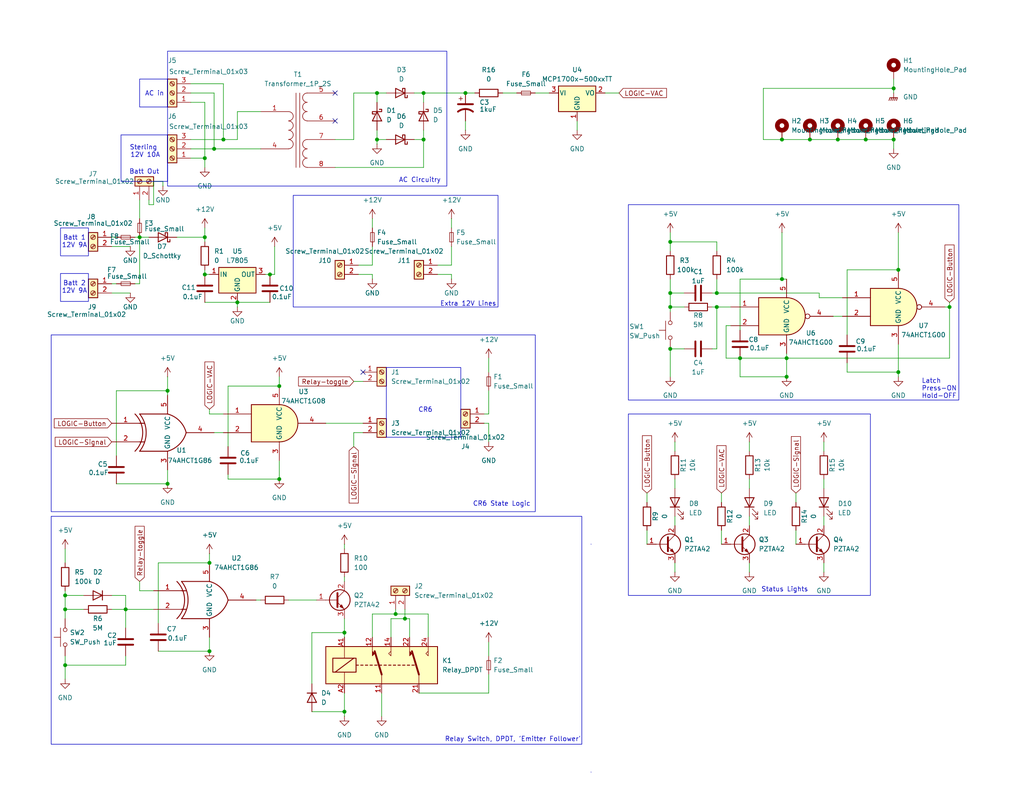
<source format=kicad_sch>
(kicad_sch (version 20250114) (generator "eeschema") (generator_version "9.0")
  (paper "USLetter")
  (title_block (title "EM27 Box Power Distribution Circuit") (date "2025-05-30") (rev "0.3") (company "Jet Flener (Revision of Design by Wesley T. Honeycutt)"))
  (lib_symbols
    (symbol "74xGxx:74AHCT1G00"
      (property "Reference" "U" (at -2.54 3.81 0))
      (property "Value" "74AHCT1G00" (at 0 -3.81 0))
      (symbol "74AHCT1G00_1_1"
        (pin input line (at -15.24 2.54 0) (length 7.62) (name "~") (number "1"))
        (pin input line (at -15.24 -2.54 0) (length 7.62) (name "~") (number "2"))
        (pin power_in line (at 0 10.16 270) (length 5.08) (name "VCC") (number "5"))
        (pin power_in line (at 0 -10.16 90) (length 5.08) (name "GND") (number "3"))
        (pin output inverted (at 12.7 0 180) (length 7.62) (name "~") (number "4"))
      )
    )
    (symbol "74xGxx:74AHCT1G08"
      (property "Reference" "U" (at -2.54 3.81 0))
      (property "Value" "74AHCT1G08" (at 0 -3.81 0))
      (symbol "74AHCT1G08_1_1"
        (pin input line (at -15.24 2.54 0) (length 7.62) (name "~") (number "1"))
        (pin input line (at -15.24 -2.54 0) (length 7.62) (name "~") (number "2"))
        (pin power_in line (at 0 10.16 270) (length 5.08) (name "VCC") (number "5"))
        (pin power_in line (at 0 -10.16 90) (length 5.08) (name "GND") (number "3"))
        (pin output line (at 12.7 0 180) (length 7.62) (name "~") (number "4"))
      )
    )
    (symbol "74xGxx:74AHCT1G86"
      (property "Reference" "U" (at -2.54 3.81 0))
      (property "Value" "74AHCT1G86" (at 0 -3.81 0))
      (symbol "74AHCT1G86_1_1"
        (pin input line (at -15.24 2.54 0) (length 7.62) (name "~") (number "1"))
        (pin input line (at -15.24 -2.54 0) (length 7.62) (name "~") (number "2"))
        (pin power_in line (at 0 10.16 270) (length 5.08) (name "VCC") (number "5"))
        (pin power_in line (at 0 -10.16 90) (length 5.08) (name "GND") (number "3"))
        (pin output line (at 12.7 0 180) (length 7.62) (name "~") (number "4"))
      )
    )
    (symbol "Connector:Screw_Terminal_01x02" (pin_names (offset 1.016) (hide yes))
      (property "Reference" "J" (at 0 2.54 0))
      (property "Value" "Screw_Terminal_01x02" (at 0 -5.08 0))
      (symbol "Screw_Terminal_01x02_1_1"
        (pin passive line (at -5.08 0 0) (length 3.81) (name "Pin_1") (number "1"))
        (pin passive line (at -5.08 -2.54 0) (length 3.81) (name "Pin_2") (number "2"))
      )
    )
    (symbol "Connector:Screw_Terminal_01x03" (pin_names (offset 1.016) (hide yes))
      (property "Reference" "J" (at 0 5.08 0))
      (property "Value" "Screw_Terminal_01x03" (at 0 -5.08 0))
      (symbol "Screw_Terminal_01x03_1_1"
        (pin passive line (at -5.08 2.54 0) (length 3.81) (name "Pin_1") (number "1"))
        (pin passive line (at -5.08 0 0) (length 3.81) (name "Pin_2") (number "2"))
        (pin passive line (at -5.08 -2.54 0) (length 3.81) (name "Pin_3") (number "3"))
      )
    )
    (symbol "Device:C" (pin_numbers (hide yes)) (pin_names (offset 0.254))
      (property "Reference" "C" (at 0.635 2.54 0))
      (property "Value" "C" (at 0.635 -2.54 0))
      (symbol "C_1_1"
        (pin passive line (at 0 3.81 270) (length 2.794) (name "~") (number "1"))
        (pin passive line (at 0 -3.81 90) (length 2.794) (name "~") (number "2"))
      )
    )
    (symbol "Device:C_Polarized_US" (pin_numbers (hide yes)) (pin_names (offset 0.254) (hide yes))
      (property "Reference" "C" (at 0.635 2.54 0))
      (property "Value" "C_Polarized_US" (at 0.635 -2.54 0))
      (symbol "C_Polarized_US_1_1"
        (pin passive line (at 0 3.81 270) (length 2.794) (name "~") (number "1"))
        (pin passive line (at 0 -3.81 90) (length 3.302) (name "~") (number "2"))
      )
    )
    (symbol "Device:D" (pin_numbers (hide yes)) (pin_names (offset 1.016) (hide yes))
      (property "Reference" "D" (at 0 2.54 0))
      (property "Value" "D" (at 0 -2.54 0))
      (symbol "D_1_1"
        (pin passive line (at -3.81 0 0) (length 2.54) (name "K") (number "1"))
        (pin passive line (at 3.81 0 180) (length 2.54) (name "A") (number "2"))
      )
    )
    (symbol "Device:D_Schottky" (pin_numbers (hide yes)) (pin_names (offset 1.016) (hide yes))
      (property "Reference" "D" (at 0 2.54 0))
      (property "Value" "D_Schottky" (at 0 -2.54 0))
      (symbol "D_Schottky_1_1"
        (pin passive line (at -3.81 0 0) (length 2.54) (name "K") (number "1"))
        (pin passive line (at 3.81 0 180) (length 2.54) (name "A") (number "2"))
      )
    )
    (symbol "Device:Fuse_Small" (pin_numbers (hide yes)) (pin_names (offset 0.254) (hide yes))
      (property "Reference" "F" (at 0 -1.524 0))
      (property "Value" "Fuse_Small" (at 0 1.524 0))
      (symbol "Fuse_Small_1_1"
        (pin passive line (at -2.54 0 0) (length 1.27) (name "~") (number "1"))
        (pin passive line (at 2.54 0 180) (length 1.27) (name "~") (number "2"))
      )
    )
    (symbol "Device:LED" (pin_numbers (hide yes)) (pin_names (offset 1.016) (hide yes))
      (property "Reference" "D" (at 0 2.54 0))
      (property "Value" "LED" (at 0 -2.54 0))
      (symbol "LED_1_1"
        (pin passive line (at -3.81 0 0) (length 2.54) (name "K") (number "1"))
        (pin passive line (at 3.81 0 180) (length 2.54) (name "A") (number "2"))
      )
    )
    (symbol "Device:R" (pin_numbers (hide yes)) (pin_names (offset 0))
      (property "Reference" "R" (at 2.032 0 90))
      (property "Value" "R" (at 0 0 90))
      (symbol "R_1_1"
        (pin passive line (at 0 3.81 270) (length 1.27) (name "~") (number "1"))
        (pin passive line (at 0 -3.81 90) (length 1.27) (name "~") (number "2"))
      )
    )
    (symbol "Device:Transformer_1P_2S" (pin_names (offset 1.016) (hide yes))
      (property "Reference" "T1" (at 0 15.24 0))
      (property "Value" "Transformer_1P_2S" (at 0 12.7 0))
      (symbol "Transformer_1P_2S_1_1"
        (pin passive line (at -10.16 5.08 0) (length 7.62) (name "AA") (number "1"))
        (pin passive line (at -10.16 -5.08 0) (length 7.62) (name "AB") (number "4"))
        (pin passive line (at 10.16 10.16 180) (length 7.62) (name "SA") (number "5"))
        (pin passive line (at 10.16 2.54 180) (length 7.62) (name "SB") (number "6"))
        (pin passive line (at 10.16 -2.54 180) (length 7.62) (name "SC") (number "7"))
        (pin passive line (at 10.16 -10.16 180) (length 7.62) (name "SD") (number "8"))
      )
    )
    (symbol "Mechanical:MountingHole_Pad" (pin_numbers (hide yes)) (pin_names (offset 1.016) (hide yes)) (exclude_from_sim yes) (in_bom no)
      (property "Reference" "H" (at 0 6.35 0))
      (property "Value" "MountingHole_Pad" (at 0 4.445 0))
      (symbol "MountingHole_Pad_1_1"
        (pin input line (at 0 -2.54 90) (length 2.54) (name "1") (number "1"))
      )
    )
    (symbol "Regulator_Linear:L7805" (pin_names (offset 0.254))
      (property "Reference" "U" (at -3.81 3.175 0))
      (property "Value" "L7805" (at 0 3.175 0))
      (symbol "L7805_1_1"
        (pin power_in line (at -7.62 0 0) (length 2.54) (name "IN") (number "1"))
        (pin power_in line (at 0 -7.62 90) (length 2.54) (name "GND") (number "2"))
        (pin power_out line (at 7.62 0 180) (length 2.54) (name "OUT") (number "3"))
      )
    )
    (symbol "Regulator_Linear:MCP1700x-500xxTT" (pin_names (offset 0.254))
      (property "Reference" "U" (at -3.81 3.175 0))
      (property "Value" "MCP1700x-500xxTT" (at 0 3.175 0))
      (symbol "MCP1700x-500xxTT_1_1"
        (pin power_in line (at -7.62 0 0) (length 2.54) (name "VI") (number "3"))
        (pin power_in line (at 0 -7.62 90) (length 2.54) (name "GND") (number "1"))
        (pin power_out line (at 7.62 0 180) (length 2.54) (name "VO") (number "2"))
      )
    )
    (symbol "Relay:Relay_DPDT"
      (property "Reference" "K" (at 16.51 3.81 0))
      (property "Value" "Relay_DPDT" (at 16.51 1.27 0))
      (symbol "Relay_DPDT_1_1"
        (pin passive line (at -10.16 7.62 270) (length 2.54) (name "~") (number "A1"))
        (pin passive line (at -10.16 -7.62 90) (length 2.54) (name "~") (number "A2"))
        (pin passive line (at -2.54 7.62 270) (length 2.54) (name "~") (number "12"))
        (pin passive line (at 0 -7.62 90) (length 2.54) (name "~") (number "11"))
        (pin passive line (at 2.54 7.62 270) (length 2.54) (name "~") (number "14"))
        (pin passive line (at 7.62 7.62 270) (length 2.54) (name "~") (number "22"))
        (pin passive line (at 10.16 -7.62 90) (length 2.54) (name "~") (number "21"))
        (pin passive line (at 12.7 7.62 270) (length 2.54) (name "~") (number "24"))
      )
    )
    (symbol "Switch:SW_Push" (pin_numbers (hide yes)) (pin_names (offset 1.016) (hide yes))
      (property "Reference" "SW" (at 1.27 2.54 0))
      (property "Value" "SW_Push" (at 0 -1.524 0))
      (symbol "SW_Push_0_1"
        (pin passive line (at -5.08 0 0) (length 2.54) (name "1") (number "1"))
        (pin passive line (at 5.08 0 180) (length 2.54) (name "2") (number "2"))
      )
    )
    (symbol "Transistor_BJT:PZTA42" (pin_names (offset 0) (hide yes))
      (property "Reference" "Q" (at 5.08 1.905 0))
      (property "Value" "PZTA42" (at 5.08 0 0))
      (symbol "PZTA42_1_1"
        (pin input line (at -5.08 0 0) (length 2.54) (name "B") (number "1"))
        (pin passive line (at 2.54 5.08 270) (length 2.54) (name "C") (number "2"))
        (pin passive line (at 2.54 -5.08 90) (length 2.54) (name "E") (number "3"))
      )
    )
    (symbol "power:+12V" (power) (pin_numbers (hide yes)) (pin_names (offset 0) (hide yes))
      (property "Value" "+12V" (at 0 3.556 0))
      (symbol "+12V_1_1"
        (pin power_in line (at 0 0 90) (length 0) (name "~") (number "1"))
      )
    )
    (symbol "power:+5V" (power) (pin_numbers (hide yes)) (pin_names (offset 0) (hide yes))
      (property "Value" "+5V" (at 0 3.556 0))
      (symbol "+5V_1_1"
        (pin power_in line (at 0 0 90) (length 0) (name "~") (number "1"))
      )
    )
    (symbol "power:GND" (power) (pin_numbers (hide yes)) (pin_names (offset 0) (hide yes))
      (property "Value" "GND" (at 0 -3.81 0))
      (symbol "GND_1_1"
        (pin power_in line (at 0 0 270) (length 0) (name "~") (number "1"))
      )
    )
    (symbol "power:GNDPWR" (power) (pin_numbers (hide yes)) (pin_names (offset 0) (hide yes))
      (property "Value" "GNDPWR" (at 0 -3.302 0))
      (symbol "GNDPWR_1_1"
        (pin power_in line (at 0 0 270) (length 0) (name "~") (number "1"))
      )
    )
  )
  (rectangle (start 16.51 62.23) (end 24.13 69.85))
  (rectangle (start 13.97 91.44) (end 146.05 139.7))
  (rectangle (start 13.97 140.97) (end 158.75 203.2))
  (rectangle (start 33.02 36.83) (end 45.72 49.53))
  (rectangle (start 45.72 13.97) (end 121.92 50.8))
  (rectangle (start 161.2646 148.5646) (end 161.29 148.59))
  (rectangle (start 80.01 53.34) (end 135.89 83.82))
  (rectangle (start 38.1 21.59) (end 45.72 29.21))
  (rectangle (start 105.41 100.33) (end 125.73 119.38))
  (rectangle (start 161.2646 210.7946) (end 161.29 210.82))
  (rectangle (start 16.51 74.676) (end 24.13 82.296))
  (rectangle (start 171.45 113.03) (end 237.49 162.56))
  (rectangle (start 171.45 55.88) (end 261.62 109.22))
  (text "Sterling \n12V 10A" (at 39.624 41.402 0) (effects (font (size 1.27 1.27))))
  (text "Status Lights" (at 214.122 161.036 0) (effects (font (size 1.27 1.27))))
  (text "Batt 2\n12V 9A" (at 20.32 78.486 0) (effects (font (size 1.27 1.27))))
  (text "Extra 12V Lines" (at 127.762 83.058 0) (effects (font (size 1.27 1.27))))
  (text "CR6" (at 116.078 112.014 0) (effects (font (size 1.27 1.27))))
  (text "AC Circuitry" (at 114.554 49.276 0) (effects (font (size 1.27 1.27))))
  (text "Batt 1\n12V 9A" (at 20.32 66.04 0) (effects (font (size 1.27 1.27))))
  (text "Batt Out" (at 39.37 46.99 0) (effects (font (size 1.27 1.27))))
  (text "CR6 State Logic" (at 136.906 137.668 0) (effects (font (size 1.27 1.27))))
  (text "Latch\nPress-ON\nHold-OFF" (at 251.46 106.172 0) (effects (font (size 1.27 1.27)) (justify left)))
  (text "AC in\n" (at 42.164 25.654 0) (effects (font (size 1.27 1.27))))
  (text "Relay Switch, DPDT, 'Emitter Follower'" (at 139.954 201.93 0) (effects (font (size 1.27 1.27))))
  (junction (at 182.88 83.82))
  (junction (at 220.98 38.1))
  (junction (at 214.63 102.87))
  (junction (at 195.58 83.82))
  (junction (at 259.08 83.82))
  (junction (at 34.29 166.37))
  (junction (at 38.1 64.77))
  (junction (at 57.15 177.8))
  (junction (at 115.57 25.4))
  (junction (at 45.72 106.68))
  (junction (at 245.11 101.6))
  (junction (at 64.77 82.55))
  (junction (at 102.87 38.1))
  (junction (at 93.98 172.72))
  (junction (at 201.93 97.79))
  (junction (at 228.6 38.1))
  (junction (at 110.49 168.91))
  (junction (at 107.95 167.64))
  (junction (at 17.78 181.61))
  (junction (at 45.72 132.08))
  (junction (at 58.42 40.64))
  (junction (at 17.78 162.56))
  (junction (at 115.57 38.1))
  (junction (at 55.88 74.93))
  (junction (at 55.88 43.18))
  (junction (at 243.84 38.1))
  (junction (at 102.87 25.4))
  (junction (at 182.88 95.25))
  (junction (at 60.96 38.1))
  (junction (at 57.15 153.67))
  (junction (at 76.2 130.81))
  (junction (at 195.58 80.01))
  (junction (at 236.22 38.1))
  (junction (at 245.11 73.66))
  (junction (at 213.36 38.1))
  (junction (at 243.84 24.13))
  (junction (at 17.78 166.37))
  (junction (at 213.36 76.2))
  (junction (at 182.88 66.04))
  (junction (at 73.66 74.93))
  (junction (at 93.98 194.31))
  (junction (at 76.2 105.41))
  (junction (at 214.63 97.79))
  (junction (at 182.88 80.01))
  (junction (at 127 25.4))
  (junction (at 55.88 64.77))
  (no_connect (at 91.44 25.4))
  (no_connect (at 99.06 101.6))
  (no_connect (at 91.44 33.02))
  (wire (pts (xy 201.93 97.79) (xy 201.93 102.87)))
  (wire (pts (xy 17.78 181.61) (xy 34.29 181.61)))
  (wire (pts (xy 119.38 72.39) (xy 123.19 72.39)))
  (wire (pts (xy 196.85 134.62) (xy 196.85 137.16)))
  (wire (pts (xy 133.35 97.79) (xy 133.35 101.6)))
  (wire (pts (xy 17.78 179.07) (xy 17.78 181.61)))
  (wire (pts (xy 123.19 59.69) (xy 123.19 62.23)))
  (wire (pts (xy 97.79 74.93) (xy 101.6 74.93)))
  (wire (pts (xy 55.88 82.55) (xy 64.77 82.55)))
  (wire (pts (xy 214.63 96.52) (xy 214.63 97.79)))
  (wire (pts (xy 38.1 161.29) (xy 41.91 161.29)))
  (wire (pts (xy 195.58 66.04) (xy 195.58 68.58)))
  (wire (pts (xy 127 25.4) (xy 129.54 25.4)))
  (wire (pts (xy 58.42 25.4) (xy 58.42 40.64)))
  (wire (pts (xy 198.12 97.79) (xy 201.93 97.79)))
  (wire (pts (xy 55.88 43.18) (xy 55.88 45.72)))
  (wire (pts (xy 34.29 166.37) (xy 34.29 171.45)))
  (wire (pts (xy 195.58 80.01) (xy 194.31 80.01)))
  (wire (pts (xy 43.18 177.8) (xy 57.15 177.8)))
  (wire (pts (xy 73.66 74.93) (xy 74.93 74.93)))
  (wire (pts (xy 45.72 102.87) (xy 45.72 106.68)))
  (wire (pts (xy 52.07 40.64) (xy 58.42 40.64)))
  (wire (pts (xy 99.06 118.11) (xy 96.52 118.11)))
  (wire (pts (xy 30.48 166.37) (xy 34.29 166.37)))
  (wire (pts (xy 57.15 173.99) (xy 57.15 177.8)))
  (wire (pts (xy 85.09 186.69) (xy 85.09 172.72)))
  (wire (pts (xy 30.48 67.31) (xy 35.56 67.31)))
  (wire (pts (xy 60.96 22.86) (xy 60.96 38.1)))
  (wire (pts (xy 133.35 175.26) (xy 133.35 179.07)))
  (wire (pts (xy 38.1 64.77) (xy 40.64 64.77)))
  (wire (pts (xy 52.07 43.18) (xy 55.88 43.18)))
  (wire (pts (xy 38.1 54.61) (xy 38.1 59.69)))
  (wire (pts (xy 64.77 30.48) (xy 71.12 30.48)))
  (wire (pts (xy 31.75 106.68) (xy 31.75 124.46)))
  (wire (pts (xy 223.52 81.28) (xy 229.87 81.28)))
  (wire (pts (xy 55.88 74.93) (xy 57.15 74.93)))
  (wire (pts (xy 184.15 130.81) (xy 184.15 133.35)))
  (wire (pts (xy 132.08 113.03) (xy 133.35 113.03)))
  (wire (pts (xy 115.57 25.4) (xy 127 25.4)))
  (wire (pts (xy 96.52 38.1) (xy 96.52 25.4)))
  (wire (pts (xy 34.29 179.07) (xy 34.29 181.61)))
  (wire (pts (xy 115.57 45.72) (xy 115.57 38.1)))
  (wire (pts (xy 213.36 63.5) (xy 213.36 76.2)))
  (wire (pts (xy 38.1 158.75) (xy 38.1 161.29)))
  (wire (pts (xy 110.49 166.37) (xy 110.49 168.91)))
  (wire (pts (xy 146.05 25.4) (xy 149.86 25.4)))
  (wire (pts (xy 201.93 97.79) (xy 214.63 97.79)))
  (wire (pts (xy 224.79 140.97) (xy 224.79 143.51)))
  (wire (pts (xy 127 33.02) (xy 127 35.56)))
  (wire (pts (xy 34.29 162.56) (xy 34.29 166.37)))
  (wire (pts (xy 243.84 38.1) (xy 243.84 40.64)))
  (wire (pts (xy 176.53 144.78) (xy 176.53 148.59)))
  (wire (pts (xy 93.98 157.48) (xy 93.98 158.75)))
  (wire (pts (xy 76.2 130.81) (xy 76.2 125.73)))
  (wire (pts (xy 78.74 163.83) (xy 86.36 163.83)))
  (wire (pts (xy 224.79 153.67) (xy 224.79 156.21)))
  (wire (pts (xy 204.47 133.35) (xy 204.47 130.81)))
  (wire (pts (xy 43.18 153.67) (xy 43.18 170.18)))
  (wire (pts (xy 93.98 172.72) (xy 93.98 173.99)))
  (wire (pts (xy 115.57 38.1) (xy 115.57 35.56)))
  (wire (pts (xy 62.23 130.81) (xy 62.23 129.54)))
  (wire (pts (xy 182.88 80.01) (xy 186.69 80.01)))
  (wire (pts (xy 227.33 86.36) (xy 229.87 86.36)))
  (wire (pts (xy 58.42 40.64) (xy 71.12 40.64)))
  (wire (pts (xy 69.85 163.83) (xy 71.12 163.83)))
  (wire (pts (xy 62.23 130.81) (xy 76.2 130.81)))
  (wire (pts (xy 182.88 63.5) (xy 182.88 66.04)))
  (wire (pts (xy 231.14 101.6) (xy 231.14 99.06)))
  (wire (pts (xy 101.6 74.93) (xy 101.6 76.2)))
  (wire (pts (xy 107.95 167.64) (xy 107.95 166.37)))
  (wire (pts (xy 184.15 140.97) (xy 184.15 143.51)))
  (wire (pts (xy 101.6 59.69) (xy 101.6 62.23)))
  (wire (pts (xy 259.08 83.82) (xy 259.08 97.79)))
  (wire (pts (xy 74.93 67.31) (xy 74.93 74.93)))
  (wire (pts (xy 17.78 149.86) (xy 17.78 153.67)))
  (wire (pts (xy 115.57 25.4) (xy 115.57 27.94)))
  (wire (pts (xy 93.98 168.91) (xy 93.98 172.72)))
  (wire (pts (xy 198.12 88.9) (xy 198.12 97.79)))
  (wire (pts (xy 214.63 76.2) (xy 213.36 76.2)))
  (wire (pts (xy 182.88 76.2) (xy 182.88 80.01)))
  (wire (pts (xy 96.52 25.4) (xy 102.87 25.4)))
  (wire (pts (xy 17.78 161.29) (xy 17.78 162.56)))
  (wire (pts (xy 17.78 162.56) (xy 17.78 166.37)))
  (wire (pts (xy 132.08 115.57) (xy 133.35 115.57)))
  (wire (pts (xy 48.26 64.77) (xy 55.88 64.77)))
  (wire (pts (xy 123.19 74.93) (xy 123.19 76.2)))
  (wire (pts (xy 231.14 73.66) (xy 245.11 73.66)))
  (wire (pts (xy 133.35 113.03) (xy 133.35 106.68)))
  (wire (pts (xy 182.88 85.09) (xy 182.88 83.82)))
  (wire (pts (xy 85.09 194.31) (xy 93.98 194.31)))
  (wire (pts (xy 217.17 134.62) (xy 217.17 137.16)))
  (wire (pts (xy 195.58 83.82) (xy 199.39 83.82)))
  (wire (pts (xy 55.88 64.77) (xy 55.88 66.04)))
  (wire (pts (xy 97.79 72.39) (xy 101.6 72.39)))
  (wire (pts (xy 31.75 64.77) (xy 30.48 64.77)))
  (wire (pts (xy 101.6 167.64) (xy 107.95 167.64)))
  (wire (pts (xy 93.98 189.23) (xy 93.98 194.31)))
  (wire (pts (xy 76.2 105.41) (xy 62.23 105.41)))
  (wire (pts (xy 30.48 77.47) (xy 31.75 77.47)))
  (wire (pts (xy 96.52 104.14) (xy 99.06 104.14)))
  (wire (pts (xy 220.98 38.1) (xy 228.6 38.1)))
  (wire (pts (xy 182.88 80.01) (xy 182.88 83.82)))
  (wire (pts (xy 201.93 76.2) (xy 213.36 76.2)))
  (wire (pts (xy 133.35 184.15) (xy 133.35 189.23)))
  (wire (pts (xy 104.14 189.23) (xy 104.14 195.58)))
  (wire (pts (xy 113.03 38.1) (xy 115.57 38.1)))
  (wire (pts (xy 208.28 38.1) (xy 213.36 38.1)))
  (wire (pts (xy 102.87 25.4) (xy 105.41 25.4)))
  (wire (pts (xy 85.09 172.72) (xy 93.98 172.72)))
  (wire (pts (xy 119.38 74.93) (xy 123.19 74.93)))
  (wire (pts (xy 60.96 113.03) (xy 57.15 113.03)))
  (wire (pts (xy 36.83 64.77) (xy 38.1 64.77)))
  (wire (pts (xy 55.88 27.94) (xy 55.88 43.18)))
  (wire (pts (xy 17.78 166.37) (xy 22.86 166.37)))
  (wire (pts (xy 204.47 120.65) (xy 204.47 123.19)))
  (wire (pts (xy 52.07 27.94) (xy 55.88 27.94)))
  (wire (pts (xy 101.6 173.99) (xy 101.6 167.64)))
  (wire (pts (xy 60.96 38.1) (xy 64.77 38.1)))
  (wire (pts (xy 34.29 166.37) (xy 41.91 166.37)))
  (wire (pts (xy 91.44 38.1) (xy 96.52 38.1)))
  (wire (pts (xy 64.77 82.55) (xy 64.77 83.82)))
  (wire (pts (xy 195.58 80.01) (xy 223.52 80.01)))
  (wire (pts (xy 224.79 130.81) (xy 224.79 133.35)))
  (wire (pts (xy 41.91 49.53) (xy 44.45 49.53)))
  (wire (pts (xy 64.77 38.1) (xy 64.77 30.48)))
  (wire (pts (xy 93.98 194.31) (xy 93.98 195.58)))
  (wire (pts (xy 196.85 144.78) (xy 196.85 148.59)))
  (wire (pts (xy 101.6 72.39) (xy 101.6 67.31)))
  (wire (pts (xy 204.47 153.67) (xy 204.47 156.21)))
  (wire (pts (xy 72.39 74.93) (xy 73.66 74.93)))
  (wire (pts (xy 93.98 148.59) (xy 93.98 149.86)))
  (wire (pts (xy 30.48 80.01) (xy 35.56 80.01)))
  (wire (pts (xy 111.76 173.99) (xy 111.76 168.91)))
  (wire (pts (xy 116.84 173.99) (xy 116.84 167.64)))
  (wire (pts (xy 41.91 55.88) (xy 41.91 49.53)))
  (wire (pts (xy 44.45 49.53) (xy 44.45 50.8)))
  (wire (pts (xy 157.48 33.02) (xy 157.48 35.56)))
  (wire (pts (xy 182.88 95.25) (xy 186.69 95.25)))
  (wire (pts (xy 184.15 153.67) (xy 184.15 156.21)))
  (wire (pts (xy 45.72 106.68) (xy 31.75 106.68)))
  (wire (pts (xy 17.78 181.61) (xy 17.78 185.42)))
  (wire (pts (xy 76.2 102.87) (xy 76.2 105.41)))
  (wire (pts (xy 214.63 97.79) (xy 259.08 97.79)))
  (wire (pts (xy 201.93 90.17) (xy 201.93 76.2)))
  (wire (pts (xy 58.42 118.11) (xy 60.96 118.11)))
  (wire (pts (xy 40.64 55.88) (xy 41.91 55.88)))
  (wire (pts (xy 106.68 173.99) (xy 106.68 168.91)))
  (wire (pts (xy 62.23 105.41) (xy 62.23 121.92)))
  (wire (pts (xy 245.11 101.6) (xy 245.11 102.87)))
  (wire (pts (xy 110.49 168.91) (xy 111.76 168.91)))
  (wire (pts (xy 31.75 132.08) (xy 45.72 132.08)))
  (wire (pts (xy 213.36 38.1) (xy 220.98 38.1)))
  (wire (pts (xy 123.19 72.39) (xy 123.19 67.31)))
  (wire (pts (xy 36.83 77.47) (xy 38.1 77.47)))
  (wire (pts (xy 257.81 83.82) (xy 259.08 83.82)))
  (wire (pts (xy 45.72 132.08) (xy 45.72 128.27)))
  (wire (pts (xy 113.03 25.4) (xy 115.57 25.4)))
  (wire (pts (xy 17.78 162.56) (xy 22.86 162.56)))
  (wire (pts (xy 231.14 101.6) (xy 245.11 101.6)))
  (wire (pts (xy 208.28 24.13) (xy 208.28 38.1)))
  (wire (pts (xy 182.88 66.04) (xy 195.58 66.04)))
  (wire (pts (xy 137.16 25.4) (xy 140.97 25.4)))
  (wire (pts (xy 55.88 73.66) (xy 55.88 74.93)))
  (wire (pts (xy 182.88 66.04) (xy 182.88 68.58)))
  (wire (pts (xy 17.78 166.37) (xy 17.78 168.91)))
  (wire (pts (xy 57.15 151.13) (xy 57.15 153.67)))
  (wire (pts (xy 194.31 83.82) (xy 195.58 83.82)))
  (wire (pts (xy 259.08 82.55) (xy 259.08 83.82)))
  (wire (pts (xy 195.58 83.82) (xy 195.58 95.25)))
  (wire (pts (xy 133.35 115.57) (xy 133.35 120.65)))
  (wire (pts (xy 201.93 102.87) (xy 214.63 102.87)))
  (wire (pts (xy 176.53 134.62) (xy 176.53 137.16)))
  (wire (pts (xy 64.77 82.55) (xy 73.66 82.55)))
  (wire (pts (xy 57.15 153.67) (xy 43.18 153.67)))
  (wire (pts (xy 52.07 25.4) (xy 58.42 25.4)))
  (wire (pts (xy 102.87 35.56) (xy 102.87 38.1)))
  (wire (pts (xy 102.87 27.94) (xy 102.87 25.4)))
  (wire (pts (xy 165.1 25.4) (xy 168.91 25.4)))
  (wire (pts (xy 195.58 95.25) (xy 194.31 95.25)))
  (wire (pts (xy 102.87 38.1) (xy 105.41 38.1)))
  (wire (pts (xy 223.52 80.01) (xy 223.52 81.28)))
  (wire (pts (xy 195.58 76.2) (xy 195.58 80.01)))
  (wire (pts (xy 52.07 22.86) (xy 60.96 22.86)))
  (wire (pts (xy 106.68 168.91) (xy 110.49 168.91)))
  (wire (pts (xy 182.88 95.25) (xy 182.88 102.87)))
  (wire (pts (xy 55.88 62.23) (xy 55.88 64.77)))
  (wire (pts (xy 88.9 115.57) (xy 99.06 115.57)))
  (wire (pts (xy 52.07 38.1) (xy 60.96 38.1)))
  (wire (pts (xy 30.48 162.56) (xy 34.29 162.56)))
  (wire (pts (xy 214.63 97.79) (xy 214.63 102.87)))
  (wire (pts (xy 182.88 83.82) (xy 186.69 83.82)))
  (wire (pts (xy 40.64 55.88) (xy 40.64 54.61)))
  (wire (pts (xy 236.22 38.1) (xy 243.84 38.1)))
  (wire (pts (xy 217.17 144.78) (xy 217.17 148.59)))
  (wire (pts (xy 38.1 64.77) (xy 38.1 77.47)))
  (wire (pts (xy 107.95 167.64) (xy 116.84 167.64)))
  (wire (pts (xy 228.6 38.1) (xy 236.22 38.1)))
  (wire (pts (xy 243.84 21.59) (xy 243.84 24.13)))
  (wire (pts (xy 243.84 24.13) (xy 243.84 25.4)))
  (wire (pts (xy 91.44 45.72) (xy 115.57 45.72)))
  (wire (pts (xy 208.28 24.13) (xy 243.84 24.13)))
  (wire (pts (xy 133.35 189.23) (xy 114.3 189.23)))
  (wire (pts (xy 231.14 91.44) (xy 231.14 73.66)))
  (wire (pts (xy 245.11 63.5) (xy 245.11 73.66)))
  (wire (pts (xy 198.12 88.9) (xy 199.39 88.9)))
  (wire (pts (xy 224.79 120.65) (xy 224.79 123.19)))
  (wire (pts (xy 45.72 106.68) (xy 45.72 107.95)))
  (wire (pts (xy 204.47 140.97) (xy 204.47 143.51)))
  (wire (pts (xy 184.15 120.65) (xy 184.15 123.19)))
  (wire (pts (xy 102.87 38.1) (xy 102.87 39.37)))
  (wire (pts (xy 57.15 111.76) (xy 57.15 113.03)))
  (wire (pts (xy 245.11 93.98) (xy 245.11 101.6)))
  (wire (pts (xy 96.52 118.11) (xy 96.52 121.92)))
  (global_label "LOGIC-Button" (shape input) (at 176.53 134.62 90) (property "Intersheetrefs" "${INTERSHEET_REFS}" (effects (hide yes))))
  (global_label "LOGIC-Signal" (shape input) (at 96.52 121.92 270) (property "Intersheetrefs" "${INTERSHEET_REFS}" (effects (hide yes))))
  (global_label "Relay-toggle" (shape input) (at 38.1 158.75 90) (property "Intersheetrefs" "${INTERSHEET_REFS}" (effects (hide yes))))
  (global_label "LOGIC-VAC" (shape input) (at 168.91 25.4 0) (property "Intersheetrefs" "${INTERSHEET_REFS}" (effects (hide yes))))
  (global_label "LOGIC-Signal" (shape input) (at 217.17 134.62 90) (property "Intersheetrefs" "${INTERSHEET_REFS}" (effects (hide yes))))
  (global_label "LOGIC-VAC" (shape input) (at 196.85 134.62 90) (property "Intersheetrefs" "${INTERSHEET_REFS}" (effects (hide yes))))
  (global_label "LOGIC-VAC" (shape input) (at 57.15 111.76 90) (property "Intersheetrefs" "${INTERSHEET_REFS}" (effects (hide yes))))
  (global_label "Relay-toggle" (shape input) (at 96.52 104.14 180) (property "Intersheetrefs" "${INTERSHEET_REFS}" (effects (hide yes))))
  (global_label "LOGIC-Signal" (shape input) (at 30.48 120.65 180) (property "Intersheetrefs" "${INTERSHEET_REFS}" (effects (hide yes))))
  (global_label "LOGIC-Button" (shape input) (at 30.48 115.57 180) (property "Intersheetrefs" "${INTERSHEET_REFS}" (effects (hide yes))))
  (global_label "LOGIC-Button" (shape input) (at 259.08 82.55 90) (property "Intersheetrefs" "${INTERSHEET_REFS}" (effects (hide yes))))
  (symbol (lib_id "Device:LED") (at 184.15 137.16 90) (unit 1)
    (property "Reference" "D8" (at 187.96 137.4774 90) (effects (justify right)))
    (property "Value" "LED" (at 187.96 140.0174 90) (effects (justify right)))
    (property "Footprint" "LED_THT:LED_D5.0mm" (effects (hide yes)))
    (property "Description" "Light emitting diode" (effects (hide yes)))
    (property "Sim.Pins" "1=K 2=A" (effects (hide yes)))
  )
  (symbol (lib_id "power:+5V") (at 17.78 149.86 0) (unit 1)
    (property "Reference" "#PWR010" (effects (hide yes)))
    (property "Value" "+5V" (at 17.78 144.78 0))
    (property "Description" "Power symbol creates a global label with name \"+5V\"" (effects (hide yes)))
  )
  (symbol (lib_id "power:GND") (at 45.72 132.08 0) (unit 1)
    (property "Reference" "#PWR03" (effects (hide yes)))
    (property "Value" "GND" (at 45.72 137.16 0))
    (property "Description" "Power symbol creates a global label with name \"GND\" , ground" (effects (hide yes)))
  )
  (symbol (lib_id "power:+5V") (at 182.88 63.5 0) (unit 1)
    (property "Reference" "#PWR033" (effects (hide yes)))
    (property "Value" "+5V" (at 182.88 58.42 0))
    (property "Description" "Power symbol creates a global label with name \"+5V\"" (effects (hide yes)))
  )
  (symbol (lib_id "Device:C") (at 62.23 125.73 0) (unit 1)
    (property "Reference" "C6" (at 65.532 123.698 0) (effects (justify left)))
    (property "Value" "0.1uF" (at 65.278 125.73 0) (effects (justify left)))
    (property "Footprint" "Capacitor_SMD:C_0805_2012Metric_Pad1.18x1.45mm_HandSolder" (effects (hide yes)))
    (property "Description" "Unpolarized capacitor" (effects (hide yes)))
  )
  (symbol (lib_id "Device:R") (at 184.15 127 0) (unit 1)
    (property "Reference" "R11" (at 186.436 127 90))
    (property "Value" "10k" (at 188.976 127 90))
    (property "Footprint" "Resistor_SMD:R_0805_2012Metric_Pad1.20x1.40mm_HandSolder" (effects (hide yes)))
    (property "Description" "Resistor" (effects (hide yes)))
  )
  (symbol (lib_id "Device:Fuse_Small") (at 133.35 104.14 90) (unit 1)
    (property "Reference" "F1" (at 134.62 102.8699 90) (effects (justify right)))
    (property "Value" "Fuse_Small" (at 134.62 105.4099 90) (effects (justify right)))
    (property "Footprint" "EM27Footprints:FUSE_5x20" (effects (hide yes)))
    (property "Description" "Fuse, small symbol" (effects (hide yes)))
  )
  (symbol (lib_id "power:+12V") (at 133.35 97.79 0) (unit 1)
    (property "Reference" "#PWR07" (effects (hide yes)))
    (property "Value" "+12V" (at 133.35 92.71 0))
    (property "Description" "Power symbol creates a global label with name \"+12V\"" (effects (hide yes)))
  )
  (symbol (lib_id "Regulator_Linear:MCP1700x-500xxTT") (at 157.48 25.4 0) (unit 1)
    (property "Reference" "U4" (at 157.48 19.05 0))
    (property "Value" "MCP1700x-500xxTT" (at 157.48 21.59 0))
    (property "Footprint" "Package_TO_SOT_SMD:SOT-23" (effects (hide yes)))
    (property "Datasheet" "http://ww1.microchip.com/downloads/en/DeviceDoc/20001826D.pdf" (effects (hide yes)))
    (property "Description" "250mA Low Quiscent Current LDO, 5.0V output, SOT-23" (effects (hide yes)))
  )
  (symbol (lib_id "74xGxx:74AHCT1G08") (at 76.2 115.57 0) (unit 1)
    (property "Reference" "U3" (at 82.804 106.934 0))
    (property "Value" "74AHCT1G08" (at 82.804 109.474 0))
    (property "Footprint" "Package_TO_SOT_SMD:SOT-23-5_HandSoldering" (effects (hide yes)))
    (property "Datasheet" "http://www.ti.com/lit/sg/scyt129e/scyt129e.pdf" (effects (hide yes)))
    (property "Description" "Single AND Gate, Low-Voltage CMOS" (effects (hide yes)))
  )
  (symbol (lib_id "Device:C") (at 201.93 93.98 0) (unit 1)
    (property "Reference" "C8" (at 204.216 92.71 0) (effects (justify left)))
    (property "Value" "0.1uF" (at 204.47 94.996 0) (effects (justify left)))
    (property "Footprint" "Capacitor_SMD:C_0805_2012Metric_Pad1.18x1.45mm_HandSolder" (effects (hide yes)))
    (property "Description" "Unpolarized capacitor" (effects (hide yes)))
  )
  (symbol (lib_id "power:+5V") (at 74.93 67.31 0) (unit 1)
    (property "Reference" "#PWR022" (effects (hide yes)))
    (property "Value" "+5V" (at 74.93 62.23 0))
    (property "Description" "Power symbol creates a global label with name \"+5V\"" (effects (hide yes)))
  )
  (symbol (lib_id "Connector:Screw_Terminal_01x02") (at 25.4 64.77 0) (mirror y) (unit 1)
    (property "Reference" "J8" (at 24.892 59.182 0))
    (property "Value" "Screw_Terminal_01x02" (at 25.4 60.96 0))
    (property "Footprint" "EM27Footprints:KobiConn_5.08mm-2pos-35deg_screwterminal" (effects (hide yes)))
    (property "Description" "Generic screw terminal, single row, 01x02, script generated (kicad-library-utils/schlib/autogen/connector/)" (effects (hide yes)))
  )
  (symbol (lib_id "power:GND") (at 76.2 130.81 0) (unit 1)
    (property "Reference" "#PWR04" (effects (hide yes)))
    (property "Value" "GND" (at 76.2 135.89 0))
    (property "Description" "Power symbol creates a global label with name \"GND\" , ground" (effects (hide yes)))
  )
  (symbol (lib_id "power:+5V") (at 45.72 102.87 0) (unit 1)
    (property "Reference" "#PWR01" (effects (hide yes)))
    (property "Value" "+5V" (at 45.72 97.79 0))
    (property "Description" "Power symbol creates a global label with name \"+5V\"" (effects (hide yes)))
  )
  (symbol (lib_id "Mechanical:MountingHole_Pad") (at 228.6 35.56 0) (unit 1) (exclude_from_sim yes) (in_bom no)
    (property "Reference" "H4" (at 231.14 33.0199 0) (effects (justify left)))
    (property "Value" "MountingHole_Pad" (at 231.14 35.5599 0) (effects (justify left)))
    (property "Footprint" "MountingHole:MountingHole_3.2mm_M3_Pad" (effects (hide yes)))
    (property "Description" "Mounting Hole with connection" (effects (hide yes)))
  )
  (symbol (lib_id "Relay:Relay_DPDT") (at 104.14 181.61 0) (unit 1)
    (property "Reference" "K1" (at 120.65 180.3399 0) (effects (justify left)))
    (property "Value" "Relay_DPDT" (at 120.65 182.8799 0) (effects (justify left)))
    (property "Footprint" "EM27Footprints:J114FL2CS85VDC41" (effects (hide yes)))
    (property "Description" "Relay DPDT, monostable, EN50005" (effects (hide yes)))
  )
  (symbol (lib_id "power:GND") (at 57.15 177.8 0) (unit 1)
    (property "Reference" "#PWR013" (effects (hide yes)))
    (property "Value" "GND" (at 57.15 182.88 0))
    (property "Description" "Power symbol creates a global label with name \"GND\" , ground" (effects (hide yes)))
  )
  (symbol (lib_id "Device:R") (at 176.53 140.97 0) (unit 1)
    (property "Reference" "R9" (at 178.816 140.97 90))
    (property "Value" "0" (at 181.356 140.97 90))
    (property "Footprint" "Resistor_SMD:R_0805_2012Metric_Pad1.20x1.40mm_HandSolder" (effects (hide yes)))
    (property "Description" "Resistor" (effects (hide yes)))
  )
  (symbol (lib_id "Device:Fuse_Small") (at 34.29 64.77 180) (unit 1)
    (property "Reference" "F8" (at 29.972 64.516 0) (effects (justify right)))
    (property "Value" "Fuse_Small" (at 29.972 66.04 0) (effects (justify right)))
    (property "Footprint" "EM27Footprints:FUSE_5x20" (effects (hide yes)))
    (property "Description" "Fuse, small symbol" (effects (hide yes)))
  )
  (symbol (lib_id "power:GND") (at 35.56 67.31 0) (unit 1)
    (property "Reference" "#PWR020" (effects (hide yes)))
    (property "Value" "GND" (at 35.56 71.12 0))
    (property "Description" "Power symbol creates a global label with name \"GND\" , ground" (effects (hide yes)))
  )
  (symbol (lib_id "Device:Fuse_Small") (at 133.35 181.61 90) (unit 1)
    (property "Reference" "F2" (at 134.62 180.3399 90) (effects (justify right)))
    (property "Value" "Fuse_Small" (at 134.62 182.8799 90) (effects (justify right)))
    (property "Footprint" "EM27Footprints:FUSE_5x20" (effects (hide yes)))
    (property "Description" "Fuse, small symbol" (effects (hide yes)))
  )
  (symbol (lib_id "Connector:Screw_Terminal_01x02") (at 107.95 161.29 90) (unit 1)
    (property "Reference" "J2" (at 113.03 160.0199 90) (effects (justify right)))
    (property "Value" "Screw_Terminal_01x02" (at 113.03 162.5599 90) (effects (justify right)))
    (property "Footprint" "EM27Footprints:KobiConn_5.08mm-2pos-35deg_screwterminal" (effects (hide yes)))
    (property "Description" "Generic screw terminal, single row, 01x02, script generated (kicad-library-utils/schlib/autogen/connector/)" (effects (hide yes)))
  )
  (symbol (lib_id "Mechanical:MountingHole_Pad") (at 243.84 35.56 0) (unit 1) (exclude_from_sim yes) (in_bom no)
    (property "Reference" "H6" (at 246.38 33.0199 0) (effects (justify left)))
    (property "Value" "MountingHole_Pad" (at 246.38 35.5599 0) (effects (justify left)))
    (property "Footprint" "MountingHole:MountingHole_3.2mm_M3_Pad" (effects (hide yes)))
    (property "Description" "Mounting Hole with connection" (effects (hide yes)))
  )
  (symbol (lib_id "Device:D_Schottky") (at 109.22 38.1 180) (unit 1)
    (property "Reference" "D6" (at 109.5375 31.75 0))
    (property "Value" "D" (at 109.5375 34.29 0))
    (property "Footprint" "Diode_THT:D_DO-41_SOD81_P10.16mm_Horizontal" (effects (hide yes)))
    (property "Description" "Schottky diode" (effects (hide yes)))
    (property "Sim.Device" "D" (effects (hide yes)))
    (property "Sim.Pins" "1=K 2=A" (effects (hide yes)))
  )
  (symbol (lib_id "power:+5V") (at 204.47 120.65 0) (unit 1)
    (property "Reference" "#PWR040" (effects (hide yes)))
    (property "Value" "+5V" (at 204.47 115.57 0))
    (property "Description" "Power symbol creates a global label with name \"+5V\"" (effects (hide yes)))
  )
  (symbol (lib_id "Device:D_Schottky") (at 109.22 25.4 180) (unit 1)
    (property "Reference" "D3" (at 109.5375 19.05 0))
    (property "Value" "D" (at 109.5375 21.59 0))
    (property "Footprint" "Diode_THT:D_DO-41_SOD81_P10.16mm_Horizontal" (effects (hide yes)))
    (property "Description" "Schottky diode" (effects (hide yes)))
    (property "Sim.Device" "D" (effects (hide yes)))
    (property "Sim.Pins" "1=K 2=A" (effects (hide yes)))
  )
  (symbol (lib_id "power:GND") (at 64.77 83.82 0) (unit 1)
    (property "Reference" "#PWR025" (effects (hide yes)))
    (property "Value" "GND" (at 64.77 87.63 0))
    (property "Description" "Power symbol creates a global label with name \"GND\" , ground" (effects (hide yes)))
  )
  (symbol (lib_id "74xGxx:74AHCT1G00") (at 245.11 83.82 0) (unit 1)
    (property "Reference" "U7" (at 251.968 88.9 0))
    (property "Value" "74AHCT1G00" (at 251.968 91.44 0))
    (property "Footprint" "Package_TO_SOT_SMD:SOT-23-5_HandSoldering" (effects (hide yes)))
    (property "Datasheet" "http://www.ti.com/lit/sg/scyt129e/scyt129e.pdf" (effects (hide yes)))
    (property "Description" "Single NAND Gate, Low-Voltage CMOS" (effects (hide yes)))
  )
  (symbol (lib_id "Device:C") (at 190.5 95.25 270) (unit 1)
    (property "Reference" "C4" (at 190.5 99.06 90))
    (property "Value" "1uF" (at 190.5 101.6 90))
    (property "Footprint" "Capacitor_SMD:C_0805_2012Metric_Pad1.18x1.45mm_HandSolder" (effects (hide yes)))
    (property "Description" "Unpolarized capacitor" (effects (hide yes)))
  )
  (symbol (lib_id "power:+5V") (at 184.15 120.65 0) (unit 1)
    (property "Reference" "#PWR041" (effects (hide yes)))
    (property "Value" "+5V" (at 184.15 115.57 0))
    (property "Description" "Power symbol creates a global label with name \"+5V\"" (effects (hide yes)))
  )
  (symbol (lib_id "Switch:SW_Push") (at 182.88 90.17 90) (unit 1)
    (property "Reference" "SW1" (at 171.704 89.154 90) (effects (justify right)))
    (property "Value" "SW_Push" (at 171.704 91.694 90) (effects (justify right)))
    (property "Footprint" "EM27Footprints:KobiConn_5.08mm-2pos-35deg_screwterminal" (effects (hide yes)))
    (property "Description" "Push button switch, generic, two pins" (effects (hide yes)))
  )
  (symbol (lib_id "power:+5V") (at 57.15 151.13 0) (unit 1)
    (property "Reference" "#PWR012" (effects (hide yes)))
    (property "Value" "+5V" (at 57.15 146.05 0))
    (property "Description" "Power symbol creates a global label with name \"+5V\"" (effects (hide yes)))
  )
  (symbol (lib_id "Device:C") (at 190.5 80.01 270) (unit 1)
    (property "Reference" "C1" (at 190.5 74.168 90))
    (property "Value" "1uF" (at 190.5 76.708 90))
    (property "Footprint" "Capacitor_SMD:C_0805_2012Metric_Pad1.18x1.45mm_HandSolder" (effects (hide yes)))
    (property "Description" "Unpolarized capacitor" (effects (hide yes)))
  )
  (symbol (lib_id "Transistor_BJT:PZTA42") (at 91.44 163.83 0) (unit 1)
    (property "Reference" "Q2" (at 96.52 162.5599 0) (effects (justify left)))
    (property "Value" "PZTA42" (at 96.52 165.0999 0) (effects (justify left)))
    (property "Footprint" "Package_TO_SOT_SMD:SOT-223-3_TabPin2" (effects (hide yes)))
    (property "Datasheet" "https://www.onsemi.com/pub/Collateral/PZTA42T1-D.PDF" (effects (hide yes)))
    (property "Description" "0.5A Ic, 300V Vce, NPN High Voltage Transistor, SOT-223" (effects (hide yes)))
  )
  (symbol (lib_id "power:GND") (at 204.47 156.21 0) (unit 1)
    (property "Reference" "#PWR037" (effects (hide yes)))
    (property "Value" "GND" (at 204.47 161.29 0))
    (property "Description" "Power symbol creates a global label with name \"GND\" , ground" (effects (hide yes)))
  )
  (symbol (lib_id "power:+5V") (at 93.98 148.59 0) (unit 1)
    (property "Reference" "#PWR06" (effects (hide yes)))
    (property "Value" "+5V" (at 93.98 143.51 0))
    (property "Description" "Power symbol creates a global label with name \"+5V\"" (effects (hide yes)))
  )
  (symbol (lib_id "Transistor_BJT:PZTA42") (at 222.25 148.59 0) (unit 1)
    (property "Reference" "Q4" (at 227.33 147.3199 0) (effects (justify left)))
    (property "Value" "PZTA42" (at 227.33 149.8599 0) (effects (justify left)))
    (property "Footprint" "Package_TO_SOT_SMD:SOT-223-3_TabPin2" (effects (hide yes)))
    (property "Datasheet" "https://www.onsemi.com/pub/Collateral/PZTA42T1-D.PDF" (effects (hide yes)))
    (property "Description" "0.5A Ic, 300V Vce, NPN High Voltage Transistor, SOT-223" (effects (hide yes)))
  )
  (symbol (lib_id "Device:R") (at 26.67 166.37 90) (unit 1)
    (property "Reference" "R6" (at 26.67 168.91 90))
    (property "Value" "5M" (at 26.67 171.45 90))
    (property "Footprint" "Resistor_SMD:R_0805_2012Metric_Pad1.20x1.40mm_HandSolder" (effects (hide yes)))
    (property "Description" "Resistor" (effects (hide yes)))
  )
  (symbol (lib_id "Device:Fuse_Small") (at 123.19 64.77 90) (unit 1)
    (property "Reference" "F5" (at 124.46 63.4999 90) (effects (justify right)))
    (property "Value" "Fuse_Small" (at 124.46 66.0399 90) (effects (justify right)))
    (property "Footprint" "EM27Footprints:FUSE_5x20" (effects (hide yes)))
    (property "Description" "Fuse, small symbol" (effects (hide yes)))
  )
  (symbol (lib_id "Device:D_Schottky") (at 102.87 31.75 270) (unit 1)
    (property "Reference" "D1" (at 105.41 30.1624 90) (effects (justify left)))
    (property "Value" "D" (at 105.41 32.7024 90) (effects (justify left)))
    (property "Footprint" "Diode_THT:D_DO-41_SOD81_P10.16mm_Horizontal" (effects (hide yes)))
    (property "Description" "Schottky diode" (effects (hide yes)))
    (property "Sim.Device" "D" (effects (hide yes)))
    (property "Sim.Pins" "1=K 2=A" (effects (hide yes)))
  )
  (symbol (lib_id "Device:C") (at 55.88 78.74 0) (unit 1)
    (property "Reference" "C11" (at 49.53 78.486 0) (effects (justify left)))
    (property "Value" "0.1uF" (at 49.784 81.026 0) (effects (justify left)))
    (property "Footprint" "Capacitor_SMD:C_0805_2012Metric_Pad1.18x1.45mm_HandSolder" (effects (hide yes)))
    (property "Description" "Unpolarized capacitor" (effects (hide yes)))
  )
  (symbol (lib_id "Device:Fuse_Small") (at 143.51 25.4 0) (unit 1)
    (property "Reference" "F6" (at 143.51 20.32 0))
    (property "Value" "Fuse_Small" (at 143.51 22.86 0))
    (property "Footprint" "EM27Footprints:FUSE_5x20" (effects (hide yes)))
    (property "Description" "Fuse, small symbol" (effects (hide yes)))
  )
  (symbol (lib_id "power:+12V") (at 55.88 62.23 0) (unit 1)
    (property "Reference" "#PWR023" (effects (hide yes)))
    (property "Value" "+12V" (at 55.88 57.15 0))
    (property "Description" "Power symbol creates a global label with name \"+12V\"" (effects (hide yes)))
  )
  (symbol (lib_id "Device:R") (at 133.35 25.4 90) (unit 1)
    (property "Reference" "R16" (at 133.35 19.05 90))
    (property "Value" "0" (at 133.35 21.59 90))
    (property "Footprint" "Resistor_SMD:R_0805_2012Metric_Pad1.20x1.40mm_HandSolder" (effects (hide yes)))
    (property "Description" "Resistor" (effects (hide yes)))
  )
  (symbol (lib_id "power:GND") (at 35.56 80.01 0) (unit 1)
    (property "Reference" "#PWR021" (effects (hide yes)))
    (property "Value" "GND" (at 35.56 83.82 0))
    (property "Description" "Power symbol creates a global label with name \"GND\" , ground" (effects (hide yes)))
  )
  (symbol (lib_id "power:+5V") (at 76.2 102.87 0) (unit 1)
    (property "Reference" "#PWR02" (effects (hide yes)))
    (property "Value" "+5V" (at 76.2 97.79 0))
    (property "Description" "Power symbol creates a global label with name \"+5V\"" (effects (hide yes)))
  )
  (symbol (lib_id "74xGxx:74AHCT1G00") (at 214.63 86.36 0) (unit 1)
    (property "Reference" "U6" (at 221.234 90.932 0))
    (property "Value" "74AHCT1G00" (at 221.234 93.472 0))
    (property "Footprint" "Package_TO_SOT_SMD:SOT-23-5_HandSoldering" (effects (hide yes)))
    (property "Datasheet" "http://www.ti.com/lit/sg/scyt129e/scyt129e.pdf" (effects (hide yes)))
    (property "Description" "Single NAND Gate, Low-Voltage CMOS" (effects (hide yes)))
  )
  (symbol (lib_id "Device:R") (at 182.88 72.39 0) (unit 1)
    (property "Reference" "R3" (at 185.42 71.1199 0) (effects (justify left)))
    (property "Value" "100k" (at 184.658 73.66 0) (effects (justify left)))
    (property "Footprint" "Resistor_SMD:R_0805_2012Metric_Pad1.20x1.40mm_HandSolder" (effects (hide yes)))
    (property "Description" "Resistor" (effects (hide yes)))
  )
  (symbol (lib_id "Device:R") (at 55.88 69.85 0) (unit 1)
    (property "Reference" "R1" (at 58.42 68.5799 0) (effects (justify left)))
    (property "Value" "0" (at 58.42 71.1199 0) (effects (justify left)))
    (property "Footprint" "Resistor_SMD:R_0805_2012Metric_Pad1.20x1.40mm_HandSolder" (effects (hide yes)))
    (property "Description" "Resistor" (effects (hide yes)))
  )
  (symbol (lib_id "Device:D_Schottky") (at 44.45 64.77 180) (unit 1)
    (property "Reference" "D7" (at 44.196 67.31 0))
    (property "Value" "D_Schottky" (at 44.196 69.85 0))
    (property "Footprint" "Diode_SMD:D_SMB_Handsoldering" (effects (hide yes)))
    (property "Description" "Schottky diode" (effects (hide yes)))
  )
  (symbol (lib_id "Device:C_Polarized_US") (at 127 29.21 0) (unit 1)
    (property "Reference" "C3" (at 130.81 27.94 0) (effects (justify left)))
    (property "Value" "1kuF" (at 130.81 29.8449 0) (effects (justify left)))
    (property "Footprint" "Capacitor_THT:CP_Radial_D13.0mm_P5.00mm" (effects (hide yes)))
    (property "Description" "Polarized capacitor, US symbol" (effects (hide yes)))
  )
  (symbol (lib_id "Device:R") (at 217.17 140.97 0) (unit 1)
    (property "Reference" "R14" (at 219.456 140.97 90))
    (property "Value" "0" (at 221.996 140.97 90))
    (property "Footprint" "Resistor_SMD:R_0805_2012Metric_Pad1.20x1.40mm_HandSolder" (effects (hide yes)))
    (property "Description" "Resistor" (effects (hide yes)))
  )
  (symbol (lib_id "74xGxx:74AHCT1G86") (at 57.15 163.83 0) (unit 1)
    (property "Reference" "U2" (at 64.516 152.4 0))
    (property "Value" "74AHCT1G86" (at 64.516 154.94 0))
    (property "Footprint" "Package_TO_SOT_SMD:SOT-23-5_HandSoldering" (effects (hide yes)))
    (property "Datasheet" "http://www.ti.com/lit/sg/scyt129e/scyt129e.pdf" (effects (hide yes)))
    (property "Description" "Single XOR Gate, Low-Voltage CMOS" (effects (hide yes)))
  )
  (symbol (lib_id "Device:R") (at 93.98 153.67 0) (unit 1)
    (property "Reference" "R10" (at 96.52 152.3999 0) (effects (justify left)))
    (property "Value" "100" (at 96.52 154.9399 0) (effects (justify left)))
    (property "Footprint" "Resistor_SMD:R_0805_2012Metric_Pad1.20x1.40mm_HandSolder" (effects (hide yes)))
    (property "Description" "Resistor" (effects (hide yes)))
  )
  (symbol (lib_id "Device:D_Schottky") (at 115.57 31.75 270) (unit 1)
    (property "Reference" "D5" (at 118.11 30.1624 90) (effects (justify left)))
    (property "Value" "D" (at 118.11 32.7024 90) (effects (justify left)))
    (property "Footprint" "Diode_THT:D_DO-41_SOD81_P10.16mm_Horizontal" (effects (hide yes)))
    (property "Description" "Schottky diode" (effects (hide yes)))
    (property "Sim.Device" "D" (effects (hide yes)))
    (property "Sim.Pins" "1=K 2=A" (effects (hide yes)))
  )
  (symbol (lib_id "Device:D") (at 26.67 162.56 180) (unit 1)
    (property "Reference" "D2" (at 26.67 156.21 0))
    (property "Value" "D" (at 26.67 158.75 0))
    (property "Footprint" "Diode_SMD:D_SMB_Handsoldering" (effects (hide yes)))
    (property "Description" "Diode" (effects (hide yes)))
    (property "Sim.Device" "D" (effects (hide yes)))
    (property "Sim.Pins" "1=K 2=A" (effects (hide yes)))
  )
  (symbol (lib_id "power:GND") (at 133.35 120.65 0) (unit 1)
    (property "Reference" "#PWR05" (effects (hide yes)))
    (property "Value" "GND" (at 133.35 125.73 0))
    (property "Description" "Power symbol creates a global label with name \"GND\" , ground" (effects (hide yes)))
  )
  (symbol (lib_id "Device:LED") (at 224.79 137.16 90) (unit 1)
    (property "Reference" "D10" (at 228.6 137.4774 90) (effects (justify right)))
    (property "Value" "LED" (at 228.6 140.0174 90) (effects (justify right)))
    (property "Footprint" "LED_THT:LED_D5.0mm" (effects (hide yes)))
    (property "Description" "Light emitting diode" (effects (hide yes)))
    (property "Sim.Pins" "1=K 2=A" (effects (hide yes)))
  )
  (symbol (lib_id "Device:C") (at 31.75 128.27 0) (unit 1)
    (property "Reference" "C5" (at 26.67 126.746 0) (effects (justify left)))
    (property "Value" "0.1uF" (at 24.13 129.032 0) (effects (justify left)))
    (property "Footprint" "Capacitor_SMD:C_0805_2012Metric_Pad1.18x1.45mm_HandSolder" (effects (hide yes)))
    (property "Description" "Unpolarized capacitor" (effects (hide yes)))
  )
  (symbol (lib_id "Device:Transformer_1P_2S") (at 81.28 35.56 0) (unit 1)
    (property "Reference" "T1" (at 81.28 20.32 0))
    (property "Value" "Transformer_1P_2S" (at 81.28 22.86 0))
    (property "Footprint" "EM27Footprints:F12-090-C2" (effects (hide yes)))
    (property "Description" "Transformer, single primary, dual secondary" (effects (hide yes)))
  )
  (symbol (lib_id "power:+5V") (at 245.11 63.5 0) (unit 1)
    (property "Reference" "#PWR035" (effects (hide yes)))
    (property "Value" "+5V" (at 245.11 58.42 0))
    (property "Description" "Power symbol creates a global label with name \"+5V\"" (effects (hide yes)))
  )
  (symbol (lib_id "power:GND") (at 157.48 35.56 0) (unit 1)
    (property "Reference" "#PWR016" (effects (hide yes)))
    (property "Value" "GND" (at 157.48 40.64 0))
    (property "Description" "Power symbol creates a global label with name \"GND\" , ground" (effects (hide yes)))
  )
  (symbol (lib_id "Transistor_BJT:PZTA42") (at 181.61 148.59 0) (unit 1)
    (property "Reference" "Q1" (at 186.69 147.3199 0) (effects (justify left)))
    (property "Value" "PZTA42" (at 186.69 149.8599 0) (effects (justify left)))
    (property "Footprint" "Package_TO_SOT_SMD:SOT-223-3_TabPin2" (effects (hide yes)))
    (property "Datasheet" "https://www.onsemi.com/pub/Collateral/PZTA42T1-D.PDF" (effects (hide yes)))
    (property "Description" "0.5A Ic, 300V Vce, NPN High Voltage Transistor, SOT-223" (effects (hide yes)))
  )
  (symbol (lib_id "power:GND") (at 123.19 76.2 0) (unit 1)
    (property "Reference" "#PWR029" (effects (hide yes)))
    (property "Value" "GND" (at 123.19 80.01 0))
    (property "Description" "Power symbol creates a global label with name \"GND\" , ground" (effects (hide yes)))
  )
  (symbol (lib_id "Device:C") (at 231.14 95.25 0) (unit 1)
    (property "Reference" "C9" (at 233.426 93.218 0) (effects (justify left)))
    (property "Value" "0.1uF" (at 233.68 95.25 0) (effects (justify left)))
    (property "Footprint" "Capacitor_SMD:C_0805_2012Metric_Pad1.18x1.45mm_HandSolder" (effects (hide yes)))
    (property "Description" "Unpolarized capacitor" (effects (hide yes)))
  )
  (symbol (lib_id "Connector:Screw_Terminal_01x02") (at 127 113.03 0) (mirror y) (unit 1)
    (property "Reference" "J4" (at 127 121.92 0))
    (property "Value" "Screw_Terminal_01x02" (at 127 119.38 0))
    (property "Footprint" "EM27Footprints:KobiConn_5.08mm-2pos-35deg_screwterminal" (effects (hide yes)))
    (property "Description" "Generic screw terminal, single row, 01x02, script generated (kicad-library-utils/schlib/autogen/connector/)" (effects (hide yes)))
  )
  (symbol (lib_id "Device:R") (at 74.93 163.83 270) (unit 1)
    (property "Reference" "R7" (at 74.93 157.48 90))
    (property "Value" "0" (at 74.93 160.02 90))
    (property "Footprint" "Resistor_SMD:R_0805_2012Metric_Pad1.20x1.40mm_HandSolder" (effects (hide yes)))
    (property "Description" "Resistor" (effects (hide yes)))
  )
  (symbol (lib_id "power:GND") (at 243.84 40.64 0) (unit 1)
    (property "Reference" "#PWR043" (effects (hide yes)))
    (property "Value" "GND" (at 243.84 45.72 0))
    (property "Description" "Power symbol creates a global label with name \"GND\" , ground" (effects (hide yes)))
  )
  (symbol (lib_id "74xGxx:74AHCT1G86") (at 45.72 118.11 0) (unit 1)
    (property "Reference" "U1" (at 49.53 122.936 0))
    (property "Value" "74AHCT1G86" (at 51.816 125.73 0))
    (property "Footprint" "Package_TO_SOT_SMD:SOT-23-5_HandSoldering" (effects (hide yes)))
    (property "Datasheet" "http://www.ti.com/lit/sg/scyt129e/scyt129e.pdf" (effects (hide yes)))
    (property "Description" "Single XOR Gate, Low-Voltage CMOS" (effects (hide yes)))
  )
  (symbol (lib_id "Device:R") (at 195.58 72.39 0) (unit 1)
    (property "Reference" "R4" (at 198.12 71.1199 0) (effects (justify left)))
    (property "Value" "100k" (at 198.12 73.6599 0) (effects (justify left)))
    (property "Footprint" "Resistor_SMD:R_0805_2012Metric_Pad1.20x1.40mm_HandSolder" (effects (hide yes)))
    (property "Description" "Resistor" (effects (hide yes)))
  )
  (symbol (lib_id "Connector:Screw_Terminal_01x02") (at 38.1 49.53 90) (unit 1)
    (property "Reference" "J7" (at 24.13 47.498 90) (effects (justify right)))
    (property "Value" "Screw_Terminal_01x02" (at 14.986 49.53 90) (effects (justify right)))
    (property "Footprint" "EM27Footprints:KobiConn_5.08mm-2pos-35deg_screwterminal" (effects (hide yes)))
    (property "Description" "Generic screw terminal, single row, 01x02, script generated (kicad-library-utils/schlib/autogen/connector/)" (effects (hide yes)))
  )
  (symbol (lib_id "power:GNDPWR") (at 243.84 25.4 0) (unit 1)
    (property "Reference" "#PWR042" (effects (hide yes)))
    (property "Value" "GND" (at 246.38 26.4667 0) (effects (justify left)))
    (property "Description" "Power symbol creates a global label with name \"GNDPWR\" , global ground" (effects (hide yes)))
  )
  (symbol (lib_id "Connector:Screw_Terminal_01x03") (at 46.99 40.64 180) (unit 1)
    (property "Reference" "J6" (at 46.99 31.75 0))
    (property "Value" "Screw_Terminal_01x03" (at 56.896 34.544 0))
    (property "Footprint" "EM27Footprints:Molex_Barrier_Term_Block-8.26mm-3pos" (effects (hide yes)))
    (property "Description" "Generic screw terminal, single row, 01x03, script generated (kicad-library-utils/schlib/autogen/connector/)" (effects (hide yes)))
  )
  (symbol (lib_id "Connector:Screw_Terminal_01x02") (at 114.3 72.39 0) (mirror y) (unit 1)
    (property "Reference" "J11" (at 110.236 71.12 0))
    (property "Value" "Screw_Terminal_01x02" (at 110.236 68.58 0))
    (property "Footprint" "EM27Footprints:KobiConn_5.08mm-2pos-35deg_screwterminal" (effects (hide yes)))
    (property "Description" "Generic screw terminal, single row, 01x02, script generated (kicad-library-utils/schlib/autogen/connector/)" (effects (hide yes)))
  )
  (symbol (lib_id "power:GND") (at 182.88 102.87 0) (unit 1)
    (property "Reference" "#PWR030" (effects (hide yes)))
    (property "Value" "GND" (at 182.88 107.95 0))
    (property "Description" "Power symbol creates a global label with name \"GND\" , ground" (effects (hide yes)))
  )
  (symbol (lib_id "power:GND") (at 104.14 195.58 0) (unit 1)
    (property "Reference" "#PWR017" (effects (hide yes)))
    (property "Value" "GND" (at 104.14 200.66 0))
    (property "Description" "Power symbol creates a global label with name \"GND\" , ground" (effects (hide yes)))
  )
  (symbol (lib_id "Regulator_Linear:L7805") (at 64.77 74.93 0) (unit 1)
    (property "Reference" "U5" (at 64.77 68.58 0))
    (property "Value" "L7805" (at 64.77 71.12 0))
    (property "Footprint" "Package_TO_SOT_SMD:TO-263-3_TabPin2" (effects (hide yes)))
    (property "Datasheet" "http://www.st.com/content/ccc/resource/technical/document/datasheet/41/4f/b3/b0/12/d4/47/88/CD00000444.pdf/files/CD00000444.pdf/jcr:content/translations/en.CD00000444.pdf" (effects (hide yes)))
    (property "Description" "Positive 1.5A 35V Linear Regulator, Fixed Output 5V, TO-220/TO-263/TO-252" (effects (hide yes)))
  )
  (symbol (lib_id "Connector:Screw_Terminal_01x02") (at 104.14 115.57 0) (unit 1)
    (property "Reference" "J3" (at 106.68 115.5699 0) (effects (justify left)))
    (property "Value" "Screw_Terminal_01x02" (at 106.68 118.1099 0) (effects (justify left)))
    (property "Footprint" "EM27Footprints:KobiConn_5.08mm-2pos-35deg_screwterminal" (effects (hide yes)))
    (property "Description" "Generic screw terminal, single row, 01x02, script generated (kicad-library-utils/schlib/autogen/connector/)" (effects (hide yes)))
  )
  (symbol (lib_id "power:+5V") (at 224.79 120.65 0) (unit 1)
    (property "Reference" "#PWR039" (effects (hide yes)))
    (property "Value" "+5V" (at 224.79 115.57 0))
    (property "Description" "Power symbol creates a global label with name \"+5V\"" (effects (hide yes)))
  )
  (symbol (lib_id "power:+12V") (at 123.19 59.69 0) (unit 1)
    (property "Reference" "#PWR027" (effects (hide yes)))
    (property "Value" "+12V" (at 123.19 54.61 0))
    (property "Description" "Power symbol creates a global label with name \"+12V\"" (effects (hide yes)))
  )
  (symbol (lib_id "Switch:SW_Push") (at 17.78 173.99 90) (unit 1)
    (property "Reference" "SW2" (at 19.05 172.7199 90) (effects (justify right)))
    (property "Value" "SW_Push" (at 19.05 175.2599 90) (effects (justify right)))
    (property "Footprint" "EM27Footprints:KobiConn_5.08mm-2pos-35deg_screwterminal" (effects (hide yes)))
    (property "Description" "Push button switch, generic, two pins" (effects (hide yes)))
  )
  (symbol (lib_id "Device:Fuse_Small") (at 101.6 64.77 90) (unit 1)
    (property "Reference" "F4" (at 102.87 63.4999 90) (effects (justify right)))
    (property "Value" "Fuse_Small" (at 102.87 66.0399 90) (effects (justify right)))
    (property "Footprint" "EM27Footprints:FUSE_5x20" (effects (hide yes)))
    (property "Description" "Fuse, small symbol" (effects (hide yes)))
  )
  (symbol (lib_id "Mechanical:MountingHole_Pad") (at 220.98 35.56 0) (unit 1) (exclude_from_sim yes) (in_bom no)
    (property "Reference" "H3" (at 223.52 33.0199 0) (effects (justify left)))
    (property "Value" "MountingHole_Pad" (at 223.52 35.5599 0) (effects (justify left)))
    (property "Footprint" "MountingHole:MountingHole_3.2mm_M3_Pad" (effects (hide yes)))
    (property "Description" "Mounting Hole with connection" (effects (hide yes)))
  )
  (symbol (lib_id "power:GND") (at 17.78 185.42 0) (unit 1)
    (property "Reference" "#PWR011" (effects (hide yes)))
    (property "Value" "GND" (at 17.78 190.5 0))
    (property "Description" "Power symbol creates a global label with name \"GND\" , ground" (effects (hide yes)))
  )
  (symbol (lib_id "power:GND") (at 102.87 39.37 0) (unit 1)
    (property "Reference" "#PWR09" (effects (hide yes)))
    (property "Value" "GND" (at 102.87 44.45 0))
    (property "Description" "Power symbol creates a global label with name \"GND\" , ground" (effects (hide yes)))
  )
  (symbol (lib_id "power:GND") (at 245.11 102.87 0) (unit 1)
    (property "Reference" "#PWR032" (effects (hide yes)))
    (property "Value" "GND" (at 245.11 107.95 0))
    (property "Description" "Power symbol creates a global label with name \"GND\" , ground" (effects (hide yes)))
  )
  (symbol (lib_id "power:GND") (at 93.98 195.58 0) (unit 1)
    (property "Reference" "#PWR015" (effects (hide yes)))
    (property "Value" "GND" (at 93.98 200.66 0))
    (property "Description" "Power symbol creates a global label with name \"GND\" , ground" (effects (hide yes)))
  )
  (symbol (lib_id "power:+12V") (at 133.35 175.26 0) (unit 1)
    (property "Reference" "#PWR018" (effects (hide yes)))
    (property "Value" "+12V" (at 133.35 170.18 0))
    (property "Description" "Power symbol creates a global label with name \"+12V\"" (effects (hide yes)))
  )
  (symbol (lib_id "Device:R") (at 190.5 83.82 270) (unit 1)
    (property "Reference" "R8" (at 190.5 86.106 90))
    (property "Value" "5M" (at 190.5 88.646 90))
    (property "Footprint" "Resistor_SMD:R_0805_2012Metric_Pad1.20x1.40mm_HandSolder" (effects (hide yes)))
    (property "Description" "Resistor" (effects (hide yes)))
  )
  (symbol (lib_id "Device:C") (at 43.18 173.99 0) (unit 1)
    (property "Reference" "C7" (at 45.466 171.704 0) (effects (justify left)))
    (property "Value" "0.1uF" (at 45.72 174.244 0) (effects (justify left)))
    (property "Footprint" "Capacitor_SMD:C_0805_2012Metric_Pad1.18x1.45mm_HandSolder" (effects (hide yes)))
    (property "Description" "Unpolarized capacitor" (effects (hide yes)))
  )
  (symbol (lib_id "Device:C") (at 34.29 175.26 0) (unit 1)
    (property "Reference" "C2" (at 29.21 173.482 0) (effects (justify left)))
    (property "Value" "1uF" (at 28.194 175.514 0) (effects (justify left)))
    (property "Footprint" "Capacitor_SMD:C_0805_2012Metric_Pad1.18x1.45mm_HandSolder" (effects (hide yes)))
    (property "Description" "Unpolarized capacitor" (effects (hide yes)))
  )
  (symbol (lib_id "Transistor_BJT:PZTA42") (at 201.93 148.59 0) (unit 1)
    (property "Reference" "Q3" (at 207.01 147.3199 0) (effects (justify left)))
    (property "Value" "PZTA42" (at 207.01 149.8599 0) (effects (justify left)))
    (property "Footprint" "Package_TO_SOT_SMD:SOT-223-3_TabPin2" (effects (hide yes)))
    (property "Datasheet" "https://www.onsemi.com/pub/Collateral/PZTA42T1-D.PDF" (effects (hide yes)))
    (property "Description" "0.5A Ic, 300V Vce, NPN High Voltage Transistor, SOT-223" (effects (hide yes)))
  )
  (symbol (lib_id "Device:R") (at 196.85 140.97 0) (unit 1)
    (property "Reference" "R12" (at 199.136 140.97 90))
    (property "Value" "0" (at 201.676 140.97 90))
    (property "Footprint" "Resistor_SMD:R_0805_2012Metric_Pad1.20x1.40mm_HandSolder" (effects (hide yes)))
    (property "Description" "Resistor" (effects (hide yes)))
  )
  (symbol (lib_id "Device:R") (at 224.79 127 0) (unit 1)
    (property "Reference" "R15" (at 227.076 127 90))
    (property "Value" "10k" (at 229.616 127 90))
    (property "Footprint" "Resistor_SMD:R_0805_2012Metric_Pad1.20x1.40mm_HandSolder" (effects (hide yes)))
    (property "Description" "Resistor" (effects (hide yes)))
  )
  (symbol (lib_id "Mechanical:MountingHole_Pad") (at 243.84 19.05 0) (unit 1) (exclude_from_sim yes) (in_bom no)
    (property "Reference" "H1" (at 246.38 16.5099 0) (effects (justify left)))
    (property "Value" "MountingHole_Pad" (at 246.38 19.0499 0) (effects (justify left)))
    (property "Footprint" "MountingHole:MountingHole_3.2mm_M3_Pad" (effects (hide yes)))
    (property "Description" "Mounting Hole with connection" (effects (hide yes)))
  )
  (symbol (lib_id "Device:R") (at 204.47 127 0) (unit 1)
    (property "Reference" "R13" (at 206.756 127 90))
    (property "Value" "10k" (at 209.296 127 90))
    (property "Footprint" "Resistor_SMD:R_0805_2012Metric_Pad1.20x1.40mm_HandSolder" (effects (hide yes)))
    (property "Description" "Resistor" (effects (hide yes)))
  )
  (symbol (lib_id "Mechanical:MountingHole_Pad") (at 236.22 35.56 0) (unit 1) (exclude_from_sim yes) (in_bom no)
    (property "Reference" "H5" (at 238.76 33.0199 0) (effects (justify left)))
    (property "Value" "MountingHole_Pad" (at 238.76 35.5599 0) (effects (justify left)))
    (property "Footprint" "MountingHole:MountingHole_3.2mm_M3_Pad" (effects (hide yes)))
    (property "Description" "Mounting Hole with connection" (effects (hide yes)))
  )
  (symbol (lib_id "power:GND") (at 224.79 156.21 0) (unit 1)
    (property "Reference" "#PWR038" (effects (hide yes)))
    (property "Value" "GND" (at 224.79 161.29 0))
    (property "Description" "Power symbol creates a global label with name \"GND\" , ground" (effects (hide yes)))
  )
  (symbol (lib_id "power:GND") (at 127 35.56 0) (unit 1)
    (property "Reference" "#PWR014" (effects (hide yes)))
    (property "Value" "GND" (at 127 40.64 0))
    (property "Description" "Power symbol creates a global label with name \"GND\" , ground" (effects (hide yes)))
  )
  (symbol (lib_id "Device:Fuse_Small") (at 34.29 77.47 180) (unit 1)
    (property "Reference" "F7" (at 29.21 73.66 0) (effects (justify right)))
    (property "Value" "Fuse_Small" (at 29.21 75.438 0) (effects (justify right)))
    (property "Footprint" "EM27Footprints:FUSE_5x20" (effects (hide yes)))
    (property "Description" "Fuse, small symbol" (effects (hide yes)))
  )
  (symbol (lib_id "Device:R") (at 17.78 157.48 0) (unit 1)
    (property "Reference" "R5" (at 20.32 156.2099 0) (effects (justify left)))
    (property "Value" "100k" (at 20.32 158.7499 0) (effects (justify left)))
    (property "Footprint" "Resistor_SMD:R_0805_2012Metric_Pad1.20x1.40mm_HandSolder" (effects (hide yes)))
    (property "Description" "Resistor" (effects (hide yes)))
  )
  (symbol (lib_id "Device:LED") (at 204.47 137.16 90) (unit 1)
    (property "Reference" "D9" (at 208.28 137.4774 90) (effects (justify right)))
    (property "Value" "LED" (at 208.28 140.0174 90) (effects (justify right)))
    (property "Footprint" "LED_THT:LED_D5.0mm" (effects (hide yes)))
    (property "Description" "Light emitting diode" (effects (hide yes)))
    (property "Sim.Pins" "1=K 2=A" (effects (hide yes)))
  )
  (symbol (lib_id "power:+5V") (at 213.36 63.5 0) (unit 1)
    (property "Reference" "#PWR034" (effects (hide yes)))
    (property "Value" "+5V" (at 213.36 58.42 0))
    (property "Description" "Power symbol creates a global label with name \"+5V\"" (effects (hide yes)))
  )
  (symbol (lib_id "Device:D") (at 85.09 190.5 270) (unit 1)
    (property "Reference" "D4" (at 87.63 189.2299 90) (effects (justify left)))
    (property "Value" "D" (at 87.63 191.7699 90) (effects (justify left)))
    (property "Footprint" "Diode_SMD:D_SMB_Handsoldering" (effects (hide yes)))
    (property "Description" "Diode" (effects (hide yes)))
    (property "Sim.Device" "D" (effects (hide yes)))
    (property "Sim.Pins" "1=K 2=A" (effects (hide yes)))
  )
  (symbol (lib_id "Device:Fuse_Small") (at 38.1 62.23 90) (unit 1)
    (property "Reference" "F3" (at 39.37 60.9599 90) (effects (justify right)))
    (property "Value" "Fuse_Small" (at 39.37 62.484 90) (effects (justify right)))
    (property "Footprint" "EM27Footprints:FUSE_5x20" (effects (hide yes)))
    (property "Description" "Fuse, small symbol" (effects (hide yes)))
  )
  (symbol (lib_id "power:GND") (at 214.63 102.87 0) (unit 1)
    (property "Reference" "#PWR031" (effects (hide yes)))
    (property "Value" "GND" (at 214.63 107.95 0))
    (property "Description" "Power symbol creates a global label with name \"GND\" , ground" (effects (hide yes)))
  )
  (symbol (lib_id "power:GND") (at 55.88 45.72 0) (unit 1)
    (property "Reference" "#PWR08" (effects (hide yes)))
    (property "Value" "GND" (at 55.88 50.8 0))
    (property "Description" "Power symbol creates a global label with name \"GND\" , ground" (effects (hide yes)))
  )
  (symbol (lib_id "power:GND") (at 184.15 156.21 0) (unit 1)
    (property "Reference" "#PWR036" (effects (hide yes)))
    (property "Value" "GND" (at 184.15 161.29 0))
    (property "Description" "Power symbol creates a global label with name \"GND\" , ground" (effects (hide yes)))
  )
  (symbol (lib_id "Mechanical:MountingHole_Pad") (at 213.36 35.56 0) (unit 1) (exclude_from_sim yes) (in_bom no)
    (property "Reference" "H2" (at 215.9 33.0199 0) (effects (justify left)))
    (property "Value" "MountingHole_Pad" (at 215.9 35.5599 0) (effects (justify left)))
    (property "Footprint" "MountingHole:MountingHole_3.2mm_M3_Pad" (effects (hide yes)))
    (property "Description" "Mounting Hole with connection" (effects (hide yes)))
  )
  (symbol (lib_id "Device:C") (at 73.66 78.74 0) (unit 1)
    (property "Reference" "C10" (at 76.2 78.74 0) (effects (justify left)))
    (property "Value" "0.1uF" (at 74.168 81.026 0) (effects (justify left)))
    (property "Footprint" "Capacitor_SMD:C_0805_2012Metric_Pad1.18x1.45mm_HandSolder" (effects (hide yes)))
    (property "Description" "Unpolarized capacitor" (effects (hide yes)))
  )
  (symbol (lib_id "power:GND") (at 101.6 76.2 0) (unit 1)
    (property "Reference" "#PWR028" (effects (hide yes)))
    (property "Value" "GND" (at 101.6 80.01 0))
    (property "Description" "Power symbol creates a global label with name \"GND\" , ground" (effects (hide yes)))
  )
  (symbol (lib_id "power:GND") (at 44.45 50.8 0) (unit 1)
    (property "Reference" "#PWR019" (effects (hide yes)))
    (property "Value" "GND" (at 44.45 54.61 0))
    (property "Description" "Power symbol creates a global label with name \"GND\" , ground" (effects (hide yes)))
  )
  (symbol (lib_id "Connector:Screw_Terminal_01x02") (at 92.71 72.39 0) (mirror y) (unit 1)
    (property "Reference" "J10" (at 88.646 71.12 0))
    (property "Value" "Screw_Terminal_01x02" (at 88.646 68.58 0))
    (property "Footprint" "EM27Footprints:KobiConn_5.08mm-2pos-35deg_screwterminal" (effects (hide yes)))
    (property "Description" "Generic screw terminal, single row, 01x02, script generated (kicad-library-utils/schlib/autogen/connector/)" (effects (hide yes)))
  )
  (symbol (lib_id "power:+12V") (at 101.6 59.69 0) (unit 1)
    (property "Reference" "#PWR026" (effects (hide yes)))
    (property "Value" "+12V" (at 101.6 54.61 0))
    (property "Description" "Power symbol creates a global label with name \"+12V\"" (effects (hide yes)))
  )
  (symbol (lib_id "Connector:Screw_Terminal_01x03") (at 46.99 25.4 180) (unit 1)
    (property "Reference" "J5" (at 46.99 16.51 0))
    (property "Value" "Screw_Terminal_01x03" (at 56.896 19.558 0))
    (property "Footprint" "EM27Footprints:Molex_Barrier_Term_Block-8.26mm-3pos" (effects (hide yes)))
    (property "Description" "Generic screw terminal, single row, 01x03, script generated (kicad-library-utils/schlib/autogen/connector/)" (effects (hide yes)))
  )
  (symbol (lib_id "Connector:Screw_Terminal_01x02") (at 25.4 77.47 0) (mirror y) (unit 1)
    (property "Reference" "J9" (at 25.146 83.82 0))
    (property "Value" "Screw_Terminal_01x02" (at 23.622 85.852 0))
    (property "Footprint" "EM27Footprints:KobiConn_5.08mm-2pos-35deg_screwterminal" (effects (hide yes)))
    (property "Description" "Generic screw terminal, single row, 01x02, script generated (kicad-library-utils/schlib/autogen/connector/)" (effects (hide yes)))
  )
  (symbol (lib_id "Connector:Screw_Terminal_01x02") (at 104.14 101.6 0) (unit 1)
    (property "Reference" "J1" (at 106.68 101.5999 0) (effects (justify left)))
    (property "Value" "Screw_Terminal_01x02" (at 106.68 104.1399 0) (effects (justify left)))
    (property "Footprint" "EM27Footprints:KobiConn_5.08mm-2pos-35deg_screwterminal" (effects (hide yes)))
    (property "Description" "Generic screw terminal, single row, 01x02, script generated (kicad-library-utils/schlib/autogen/connector/)" (effects (hide yes)))
  )
)
</source>
